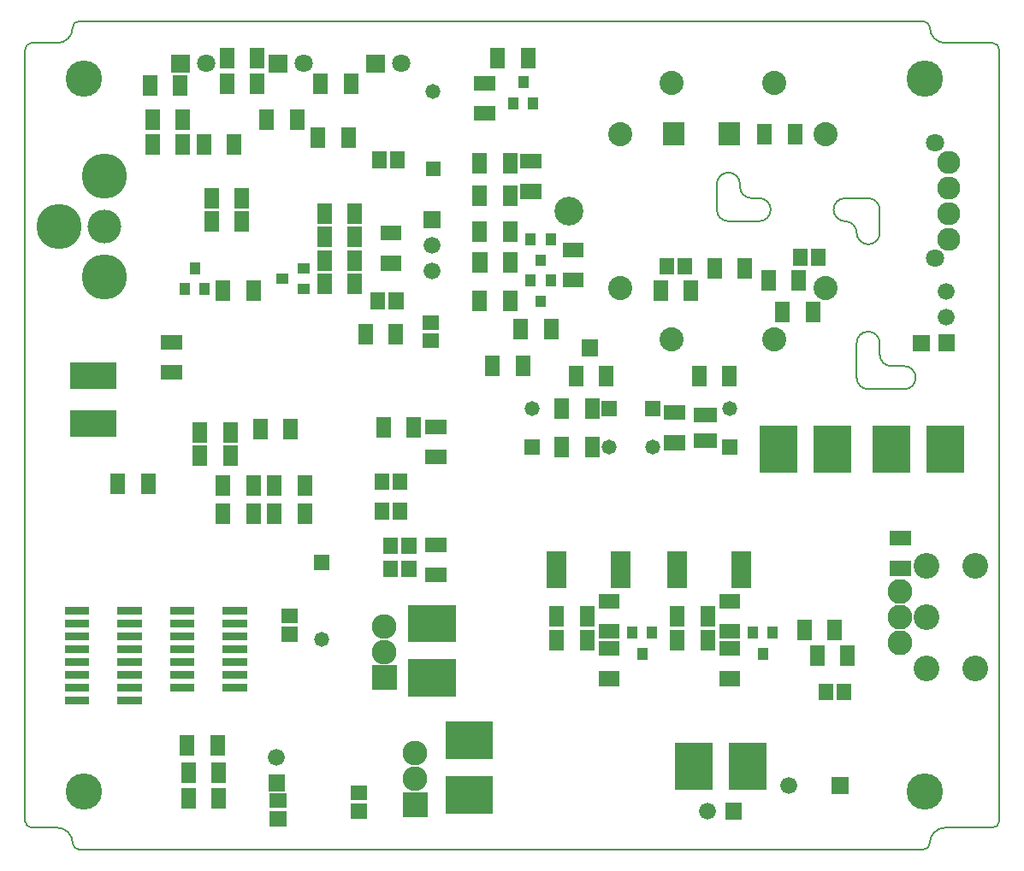
<source format=gbr>
G04 start of page 8 for group -4062 idx -4062 *
G04 Title: (unknown), soldermask *
G04 Creator: pcb 20091103 *
G04 CreationDate: Sun Aug  4 14:17:31 2024 UTC *
G04 For: bh *
G04 Format: Gerber/RS-274X *
G04 PCB-Dimensions: 560000 580000 *
G04 PCB-Coordinate-Origin: lower left *
%MOIN*%
%FSLAX25Y25*%
%LNBOTTOMMASK*%
%ADD11C,0.0200*%
%ADD19C,0.0900*%
%ADD47C,0.0709*%
%ADD52C,0.0060*%
%ADD57C,0.0660*%
%ADD58C,0.0960*%
%ADD59C,0.0580*%
%ADD60C,0.1417*%
%ADD61C,0.1315*%
%ADD62C,0.1760*%
%ADD63C,0.0710*%
%ADD64C,0.0940*%
%ADD65C,0.1120*%
%ADD66C,0.0968*%
%ADD67C,0.1005*%
%ADD68R,0.0300X0.0300*%
%ADD70R,0.0572X0.0572*%
%ADD71R,0.1460X0.1460*%
%ADD75R,0.0400X0.0400*%
%ADD76R,0.1030X0.1030*%
%ADD77R,0.0740X0.0740*%
%ADD78R,0.0840X0.0840*%
%ADD79R,0.0550X0.0550*%
G54D11*G36*
X160700Y130300D02*Y123700D01*
X167300D01*
Y130300D01*
X160700D01*
G37*
G54D57*X164000Y137000D03*
G54D11*G36*
X201200Y172800D02*Y163200D01*
X210800D01*
Y172800D01*
X201200D01*
G37*
G54D58*X206000Y178000D03*
Y188000D03*
G54D59*X181500Y183000D03*
G54D11*G36*
X178600Y215900D02*Y210100D01*
X184400D01*
Y215900D01*
X178600D01*
G37*
G54D60*X89000Y123500D03*
G54D11*G36*
X213200Y123300D02*Y113700D01*
X222800D01*
Y123300D01*
X213200D01*
G37*
G54D58*X218000Y128500D03*
Y138500D03*
G54D11*G36*
X221200Y349800D02*Y343200D01*
X227800D01*
Y349800D01*
X221200D01*
G37*
G36*
X222100Y369400D02*Y363600D01*
X227900D01*
Y369400D01*
X222100D01*
G37*
G54D59*X225000Y396500D03*
G54D57*X224500Y336500D03*
Y326500D03*
G54D61*X97000Y344000D03*
G54D62*Y324300D03*
Y363700D03*
G54D60*X89000Y401500D03*
G54D62*X79300Y344000D03*
G54D11*G36*
X122950Y411050D02*Y403950D01*
X130050D01*
Y411050D01*
X122950D01*
G37*
G54D63*X136500Y407500D03*
G54D11*G36*
X160950Y411050D02*Y403950D01*
X168050D01*
Y411050D01*
X160950D01*
G37*
G54D63*X174500Y407500D03*
G54D11*G36*
X198950Y411050D02*Y403950D01*
X206050D01*
Y411050D01*
X198950D01*
G37*
G54D63*X212500Y407500D03*
G54D60*X416500Y401500D03*
G54D64*X318000Y400000D03*
X358000D03*
X378000Y380000D03*
G54D11*G36*
X282700Y299800D02*Y293200D01*
X289300D01*
Y299800D01*
X282700D01*
G37*
G54D64*X298000Y380000D03*
Y320000D03*
G54D19*X426000Y369000D03*
Y359000D03*
Y349000D03*
Y339000D03*
G54D47*X420606Y376500D03*
G54D64*X318000Y300000D03*
G54D65*X278000Y350000D03*
G54D66*X407000Y191500D03*
Y181500D03*
Y201500D03*
G54D67*X417100Y191500D03*
Y171500D03*
Y211500D03*
X436100Y171500D03*
Y211500D03*
G54D60*X416500Y123500D03*
G54D11*G36*
X380200Y129300D02*Y122700D01*
X386800D01*
Y129300D01*
X380200D01*
G37*
G54D57*X363500Y126000D03*
G54D11*G36*
X338700Y119300D02*Y112700D01*
X345300D01*
Y119300D01*
X338700D01*
G37*
G54D57*X332000Y116000D03*
G54D11*G36*
X260600Y260900D02*Y255100D01*
X266400D01*
Y260900D01*
X260600D01*
G37*
G54D59*X293500Y258000D03*
G54D11*G36*
X307600Y275900D02*Y270100D01*
X313400D01*
Y275900D01*
X307600D01*
G37*
G36*
X290600D02*Y270100D01*
X296400D01*
Y275900D01*
X290600D01*
G37*
G54D59*X263500Y273000D03*
X310500Y258000D03*
G54D11*G36*
X421700Y301800D02*Y295200D01*
X428300D01*
Y301800D01*
X421700D01*
G37*
G54D57*X425000Y308500D03*
Y318500D03*
G54D11*G36*
X411794Y301740D02*Y295140D01*
X418394D01*
Y301740D01*
X411794D01*
G37*
G54D47*X420606Y331500D03*
G54D59*X340500Y273000D03*
G54D64*X378000Y320000D03*
X358000Y300000D03*
G54D11*G36*
X337600Y260900D02*Y255100D01*
X343400D01*
Y260900D01*
X337600D01*
G37*
G54D70*X129595Y132181D02*Y129819D01*
X141405Y132181D02*Y129819D01*
X129595Y122181D02*Y119819D01*
X141405Y122181D02*Y119819D01*
X140905Y142681D02*Y140319D01*
X129095Y142681D02*Y140319D01*
X164107Y120043D02*X164893D01*
X164107Y112957D02*X164893D01*
X195607Y115957D02*X196393D01*
X195607Y123043D02*X196393D01*
G54D71*X237100Y122400D02*X240900D01*
X237100Y143600D02*X240900D01*
X326400Y135400D02*Y131600D01*
X347600Y135400D02*Y131600D01*
G54D70*X292319Y167595D02*X294681D01*
X273095Y193181D02*Y190819D01*
X284905Y193181D02*Y190819D01*
X273095Y183681D02*Y181319D01*
X284905Y183681D02*Y181319D01*
G54D75*X306400Y177600D02*Y177000D01*
X302500Y185800D02*Y185200D01*
G54D70*X292319Y186095D02*X294681D01*
X292319Y179405D02*X294681D01*
G54D77*X273000Y213500D02*Y206500D01*
X298000Y213500D02*Y206500D01*
G54D78*X318700Y380300D02*Y379700D01*
G54D70*X365905Y381181D02*Y378819D01*
X354095Y381181D02*Y378819D01*
X261819Y369405D02*X264181D01*
X243095Y369681D02*Y367319D01*
X254905Y369681D02*Y367319D01*
X243095Y357181D02*Y354819D01*
X254905Y357181D02*Y354819D01*
X261819Y357595D02*X264181D01*
X328595Y286681D02*Y284319D01*
X340405Y286681D02*Y284319D01*
X292405Y286681D02*Y284319D01*
X280595Y286681D02*Y284319D01*
X372905Y311681D02*Y309319D01*
X361095Y311681D02*Y309319D01*
X367957Y332393D02*Y331607D01*
X355595Y324181D02*Y321819D01*
X367405Y324181D02*Y321819D01*
X375043Y332393D02*Y331607D01*
G54D78*X340300Y380300D02*Y379700D01*
G54D70*X323043Y328893D02*Y328107D01*
X315957Y328893D02*Y328107D01*
X346405Y328681D02*Y326319D01*
X334595Y328681D02*Y326319D01*
X325405Y320181D02*Y317819D01*
X313595Y320181D02*Y317819D01*
X254905Y316181D02*Y313819D01*
X243095Y316181D02*Y313819D01*
G54D75*X266900Y315100D02*Y314500D01*
G54D70*X255012Y331138D02*Y328776D01*
G54D75*X266900Y331100D02*Y330500D01*
X263000Y323300D02*Y322700D01*
X270800Y323300D02*Y322700D01*
G54D70*X278319Y323095D02*X280681D01*
X278319Y334905D02*X280681D01*
G54D75*X263000Y339300D02*Y338700D01*
X270800Y339300D02*Y338700D01*
G54D71*X380600Y258900D02*Y255100D01*
X359400Y258900D02*Y255100D01*
G54D70*X317819Y271405D02*X320181D01*
X286905Y274181D02*Y271819D01*
X275095Y274181D02*Y271819D01*
X317819Y259595D02*X320181D01*
X286905Y259181D02*Y256819D01*
X275095Y259181D02*Y256819D01*
G54D79*X329200Y260500D02*X332800D01*
X329200Y270500D02*X332800D01*
G54D71*X403400Y258900D02*Y255100D01*
X424600Y258900D02*Y255100D01*
G54D70*X320095Y193181D02*Y190819D01*
Y183681D02*Y181319D01*
X339319Y167595D02*X341681D01*
G54D75*X310300Y185800D02*Y185200D01*
X353400Y177600D02*Y177000D01*
G54D70*X339319Y186095D02*X341681D01*
X339319Y179405D02*X341681D01*
X331905Y183681D02*Y181319D01*
Y193181D02*Y190819D01*
G54D75*X349500Y185800D02*Y185200D01*
X357300Y185800D02*Y185200D01*
G54D70*X292319Y197905D02*X294681D01*
X339319D02*X341681D01*
G54D77*X320000Y213500D02*Y206500D01*
X345000Y213500D02*Y206500D01*
G54D70*X405819Y210595D02*X408181D01*
X405819Y222405D02*X408181D01*
X377957Y162893D02*Y162107D01*
X385043Y162893D02*Y162107D01*
X369595Y187681D02*Y185319D01*
X381405Y187681D02*Y185319D01*
X386405Y177681D02*Y175319D01*
X374595Y177681D02*Y175319D01*
X182595Y350181D02*Y347819D01*
X194405Y350181D02*Y347819D01*
Y341181D02*Y338819D01*
X254905Y343181D02*Y340819D01*
X243095Y343181D02*Y340819D01*
X207319Y341405D02*X209681D01*
X194405Y322681D02*Y320319D01*
Y331681D02*Y329319D01*
X207319Y329595D02*X209681D01*
X243202Y331138D02*Y328776D01*
X182595Y331681D02*Y329319D01*
Y341181D02*Y338819D01*
X211043Y370393D02*Y369607D01*
X203957Y370393D02*Y369607D01*
X180095Y379681D02*Y377319D01*
X191905Y379681D02*Y377319D01*
X171905Y386681D02*Y384319D01*
X192905Y400681D02*Y398319D01*
X181095Y400681D02*Y398319D01*
G54D75*X174200Y327500D02*X174800D01*
X174200Y319700D02*X174800D01*
X166000Y323600D02*X166600D01*
G54D70*X182595Y322681D02*Y320319D01*
X203457Y315393D02*Y314607D01*
X198595Y303181D02*Y300819D01*
X210543Y315393D02*Y314607D01*
X210405Y303181D02*Y300819D01*
X223607Y299457D02*X224393D01*
X223607Y306543D02*X224393D01*
X248095Y290681D02*Y288319D01*
X259905Y290681D02*Y288319D01*
X259095Y305181D02*Y302819D01*
X270905Y305181D02*Y302819D01*
X150405Y347181D02*Y344819D01*
Y356181D02*Y353819D01*
G54D75*X136000Y319800D02*Y319200D01*
X128200Y319800D02*Y319200D01*
X132100Y328000D02*Y327400D01*
G54D70*X154905Y320181D02*Y317819D01*
X143095Y320181D02*Y317819D01*
X121819Y298905D02*X124181D01*
X121819Y287095D02*X124181D01*
G54D76*X88600Y285900D02*X96400D01*
X88600Y267100D02*X96400D01*
G54D70*X160095Y386681D02*Y384319D01*
X156405Y410681D02*Y408319D01*
Y400681D02*Y398319D01*
X138595Y347181D02*Y344819D01*
Y356181D02*Y353819D01*
X135595Y377181D02*Y374819D01*
X147405Y377181D02*Y374819D01*
X127405Y386681D02*Y384319D01*
X115595Y377181D02*Y374819D01*
X127405Y377181D02*Y374819D01*
X115595Y386681D02*Y384319D01*
X114595Y400181D02*Y397819D01*
X126405Y400181D02*Y397819D01*
X144595Y410681D02*Y408319D01*
Y400681D02*Y398319D01*
X154905Y244181D02*Y241819D01*
Y233181D02*Y230819D01*
X143095Y244181D02*Y241819D01*
Y233181D02*Y230819D01*
X204957Y233393D02*Y232607D01*
X212043Y233393D02*Y232607D01*
X174905Y233181D02*Y230819D01*
X163095Y233181D02*Y230819D01*
Y244181D02*Y241819D01*
X174905Y244181D02*Y241819D01*
X204957Y244893D02*Y244107D01*
X145905Y264681D02*Y262319D01*
Y255681D02*Y253319D01*
X134095Y255681D02*Y253319D01*
Y264681D02*Y262319D01*
X212043Y244893D02*Y244107D01*
X205595Y266681D02*Y264319D01*
X217405Y266681D02*Y264319D01*
X168607Y192043D02*X169393D01*
X168607Y184957D02*X169393D01*
X208457Y219893D02*Y219107D01*
X215543Y219893D02*Y219107D01*
X224819Y219905D02*X227181D01*
X208457Y210893D02*Y210107D01*
X215543Y210893D02*Y210107D01*
G54D71*X222600Y189100D02*X226400D01*
X222600Y167900D02*X226400D01*
G54D70*X224819Y208095D02*X227181D01*
X157595Y266181D02*Y263819D01*
X169405Y266181D02*Y263819D01*
X224819Y265905D02*X227181D01*
X224819Y254095D02*X227181D01*
X102095Y244681D02*Y242319D01*
X113905Y244681D02*Y242319D01*
G54D68*X144500Y179000D02*X151000D01*
X144500Y174000D02*X151000D01*
X144500Y169000D02*X151000D01*
X144500Y164000D02*X151000D01*
X144500Y194000D02*X151000D01*
X144500Y189000D02*X151000D01*
X144500Y184000D02*X151000D01*
X124000Y164000D02*X130500D01*
X124000Y169000D02*X130500D01*
X124000Y174000D02*X130500D01*
X124000Y179000D02*X130500D01*
X124000Y184000D02*X130500D01*
X124000Y189000D02*X130500D01*
X124000Y194000D02*X130500D01*
X83000Y189000D02*X89500D01*
X83000Y194000D02*X89500D01*
X103500D02*X110000D01*
X103500Y189000D02*X110000D01*
X103500Y184000D02*X110000D01*
X103500Y179000D02*X110000D01*
X103500Y174000D02*X110000D01*
X83000D02*X89500D01*
X103500Y169000D02*X110000D01*
X83000D02*X89500D01*
X83000Y159000D02*X89500D01*
X83000Y164000D02*X89500D01*
X83000Y179000D02*X89500D01*
X83000Y184000D02*X89500D01*
X103500Y164000D02*X110000D01*
X103500Y159000D02*X110000D01*
G54D75*X260100Y400500D02*Y399900D01*
G54D70*X261905Y410681D02*Y408319D01*
X250095Y410681D02*Y408319D01*
G54D75*X264000Y392300D02*Y391700D01*
X256200Y392300D02*Y391700D01*
G54D70*X243819Y388095D02*X246181D01*
X243819Y399905D02*X246181D01*
G54D52*X87000Y101000D02*X416000D01*
X66000Y413000D02*Y112000D01*
X68500Y109500D02*X78500D01*
X68500Y415500D02*X78500D01*
X424500D02*X443000D01*
X445500Y413000D02*Y112000D01*
X424500Y109500D02*X443000D01*
X394500Y280500D02*X408500D01*
X87000Y424000D02*X416000D01*
X390000Y298500D02*Y285000D01*
X399000Y298500D02*Y294000D01*
X403500Y289500D02*X408500D01*
X335500Y360500D02*Y350500D01*
X349000Y355000D02*X352000D01*
X399000Y350500D02*Y341500D01*
X340000Y346000D02*X352000D01*
X385500Y355000D02*X394500D01*
X344500Y360500D02*Y359500D01*
X84500Y421500D02*G75*G02X87000Y424000I2500J0D01*G01*
X66000Y413000D02*G75*G02X68500Y415500I2500J0D01*G01*
X78500Y109500D02*G75*G02X84500Y103500I0J-6000D01*G01*
Y421500D02*G75*G02X78500Y415500I-6000J0D01*G01*
X68500Y109500D02*G75*G02X66000Y112000I0J2500D01*G01*
X87000Y101000D02*G75*G02X84500Y103500I0J2500D01*G01*
X445500Y112000D02*G75*G02X443000Y109500I-2500J0D01*G01*
X418500Y103500D02*G75*G02X416000Y101000I-2500J0D01*G01*
Y424000D02*G75*G02X418500Y421500I0J-2500D01*G01*
X443000Y415500D02*G75*G02X445500Y413000I0J-2500D01*G01*
X418500Y103500D02*G75*G02X424500Y109500I6000J0D01*G01*
Y415500D02*G75*G02X418500Y421500I0J6000D01*G01*
X408500Y280500D02*G75*G03X413000Y285000I0J4500D01*G01*
G75*G03X408500Y289500I-4500J0D01*G01*
X390000Y285000D02*G75*G03X394500Y280500I4500J0D01*G01*
X390000Y341500D02*G75*G03X394500Y337000I4500J0D01*G01*
G75*G03X399000Y341500I0J4500D01*G01*
Y298500D02*G75*G03X394500Y303000I-4500J0D01*G01*
G75*G03X390000Y298500I0J-4500D01*G01*
X385500Y355000D02*G75*G03X381000Y350500I0J-4500D01*G01*
G75*G03X385500Y346000I4500J0D01*G01*
X399000Y350500D02*G75*G03X394500Y355000I-4500J0D01*G01*
X390000Y341500D02*G75*G03X385500Y346000I-4500J0D01*G01*
X344500Y359500D02*G75*G03X349000Y355000I4500J0D01*G01*
X340000Y365000D02*G75*G03X335500Y360500I0J-4500D01*G01*
X344500D02*G75*G03X340000Y365000I-4500J0D01*G01*
X335500Y350500D02*G75*G03X340000Y346000I4500J0D01*G01*
X352000D02*G75*G03X356500Y350500I0J4500D01*G01*
G75*G03X352000Y355000I-4500J0D01*G01*
X399000Y294000D02*G75*G03X403500Y289500I4500J0D01*G01*
M02*

</source>
